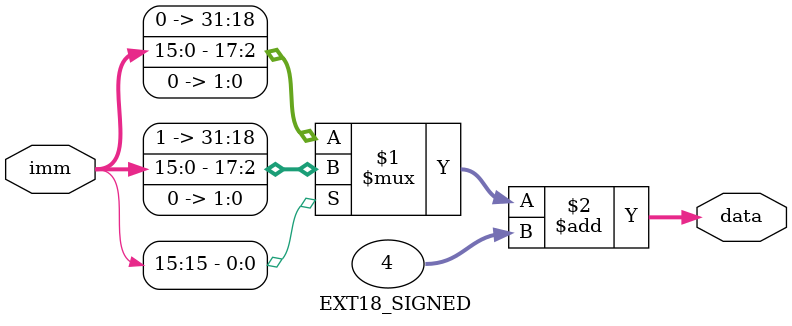
<source format=v>
`timescale 1ns / 1ps
module EXT18_SIGNED(
    input [15:0] imm,
    output [31:0] data
    );
assign data = (imm[15]? {14'b11111111111111,imm,2'b0}:{14'b0,imm,2'b0}) + 32'b00000100;//ÔÚPC+4»ù´¡ÉÏ½øÐÐÐÞ¸Ä£¡£¡£¡
endmodule

</source>
